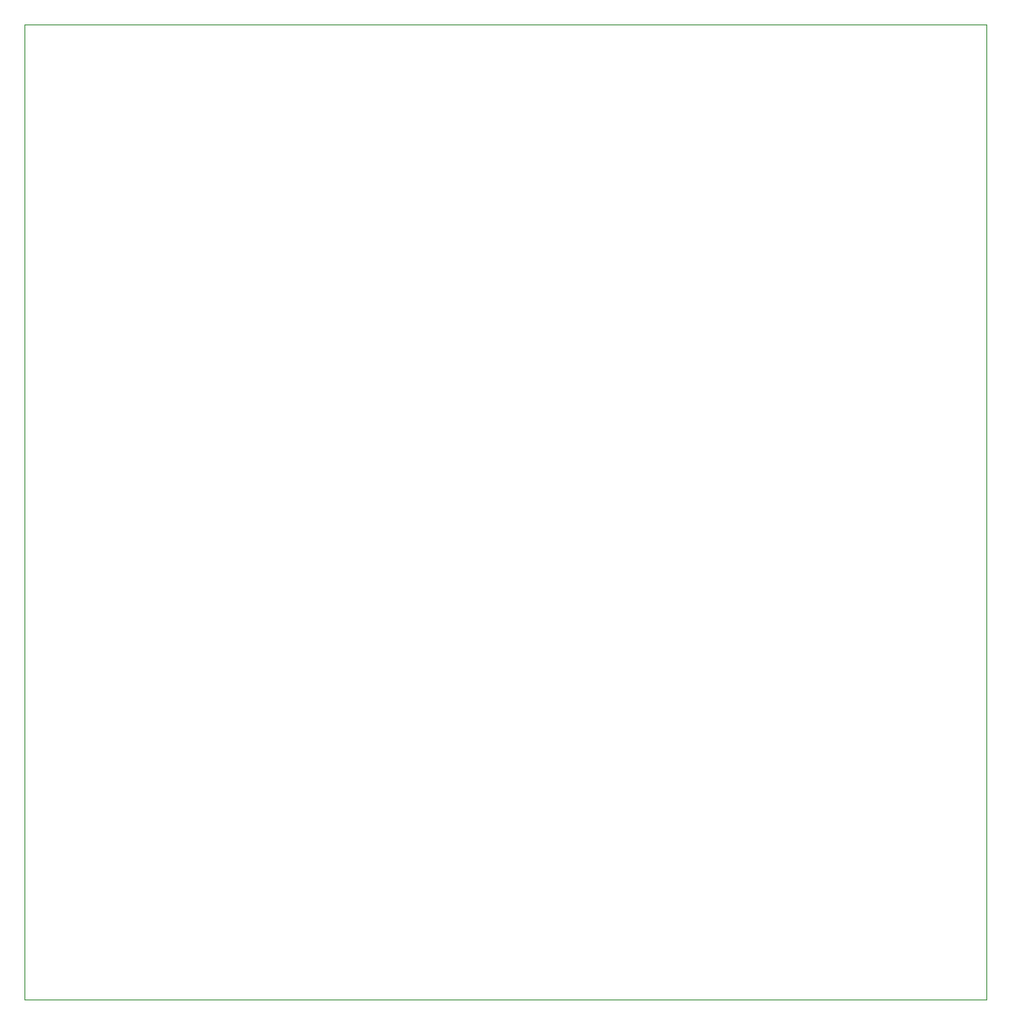
<source format=gbr>
G04 #@! TF.GenerationSoftware,KiCad,Pcbnew,(5.1.2)-2*
G04 #@! TF.CreationDate,2019-06-25T22:59:13-03:00*
G04 #@! TF.ProjectId,kicad_fuente,6b696361-645f-4667-9565-6e74652e6b69,rev?*
G04 #@! TF.SameCoordinates,Original*
G04 #@! TF.FileFunction,Profile,NP*
%FSLAX46Y46*%
G04 Gerber Fmt 4.6, Leading zero omitted, Abs format (unit mm)*
G04 Created by KiCad (PCBNEW (5.1.2)-2) date 2019-06-25 22:59:13*
%MOMM*%
%LPD*%
G04 APERTURE LIST*
%ADD10C,0.050000*%
G04 APERTURE END LIST*
D10*
X64770000Y-40640000D02*
X161290000Y-40640000D01*
X64770000Y-138430000D02*
X64770000Y-40640000D01*
X161290000Y-138430000D02*
X64770000Y-138430000D01*
X161290000Y-40640000D02*
X161290000Y-138430000D01*
M02*

</source>
